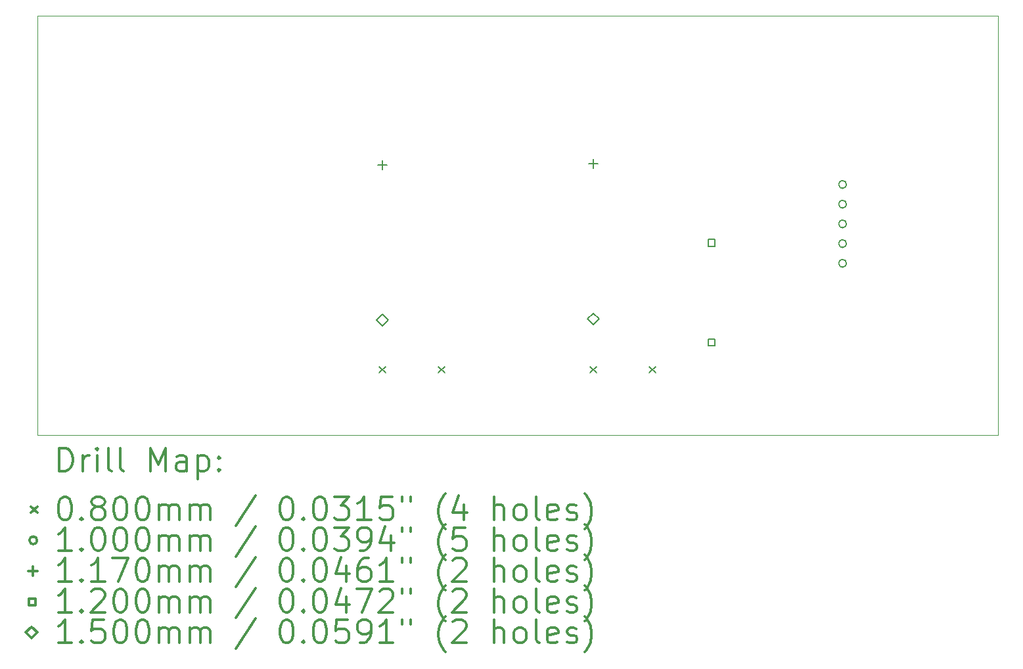
<source format=gbr>
%FSLAX45Y45*%
G04 Gerber Fmt 4.5, Leading zero omitted, Abs format (unit mm)*
G04 Created by KiCad (PCBNEW 5.1.10-88a1d61d58~88~ubuntu20.04.1) date 2021-05-25 19:00:18*
%MOMM*%
%LPD*%
G01*
G04 APERTURE LIST*
%TA.AperFunction,Profile*%
%ADD10C,0.050000*%
%TD*%
%ADD11C,0.200000*%
%ADD12C,0.300000*%
G04 APERTURE END LIST*
D10*
X10160000Y-11747500D02*
X10160000Y-6350000D01*
X22542500Y-11747500D02*
X10160000Y-11747500D01*
X22542500Y-6350000D02*
X22542500Y-11747500D01*
X10160000Y-6350000D02*
X22542500Y-6350000D01*
D11*
X14565000Y-10869300D02*
X14645000Y-10949300D01*
X14645000Y-10869300D02*
X14565000Y-10949300D01*
X15327000Y-10869300D02*
X15407000Y-10949300D01*
X15407000Y-10869300D02*
X15327000Y-10949300D01*
X17282800Y-10869300D02*
X17362800Y-10949300D01*
X17362800Y-10869300D02*
X17282800Y-10949300D01*
X18044800Y-10869300D02*
X18124800Y-10949300D01*
X18124800Y-10869300D02*
X18044800Y-10949300D01*
X20585900Y-8521700D02*
G75*
G03*
X20585900Y-8521700I-50000J0D01*
G01*
X20585900Y-8775700D02*
G75*
G03*
X20585900Y-8775700I-50000J0D01*
G01*
X20585900Y-9029700D02*
G75*
G03*
X20585900Y-9029700I-50000J0D01*
G01*
X20585900Y-9283700D02*
G75*
G03*
X20585900Y-9283700I-50000J0D01*
G01*
X20585900Y-9537700D02*
G75*
G03*
X20585900Y-9537700I-50000J0D01*
G01*
X14605000Y-8209200D02*
X14605000Y-8326200D01*
X14546500Y-8267700D02*
X14663500Y-8267700D01*
X17322800Y-8196500D02*
X17322800Y-8313500D01*
X17264300Y-8255000D02*
X17381300Y-8255000D01*
X18889227Y-9316127D02*
X18889227Y-9231273D01*
X18804373Y-9231273D01*
X18804373Y-9316127D01*
X18889227Y-9316127D01*
X18889227Y-10596127D02*
X18889227Y-10511273D01*
X18804373Y-10511273D01*
X18804373Y-10596127D01*
X18889227Y-10596127D01*
X14605000Y-10342700D02*
X14680000Y-10267700D01*
X14605000Y-10192700D01*
X14530000Y-10267700D01*
X14605000Y-10342700D01*
X17322800Y-10330000D02*
X17397800Y-10255000D01*
X17322800Y-10180000D01*
X17247800Y-10255000D01*
X17322800Y-10330000D01*
D12*
X10443928Y-12215714D02*
X10443928Y-11915714D01*
X10515357Y-11915714D01*
X10558214Y-11930000D01*
X10586786Y-11958571D01*
X10601071Y-11987143D01*
X10615357Y-12044286D01*
X10615357Y-12087143D01*
X10601071Y-12144286D01*
X10586786Y-12172857D01*
X10558214Y-12201429D01*
X10515357Y-12215714D01*
X10443928Y-12215714D01*
X10743928Y-12215714D02*
X10743928Y-12015714D01*
X10743928Y-12072857D02*
X10758214Y-12044286D01*
X10772500Y-12030000D01*
X10801071Y-12015714D01*
X10829643Y-12015714D01*
X10929643Y-12215714D02*
X10929643Y-12015714D01*
X10929643Y-11915714D02*
X10915357Y-11930000D01*
X10929643Y-11944286D01*
X10943928Y-11930000D01*
X10929643Y-11915714D01*
X10929643Y-11944286D01*
X11115357Y-12215714D02*
X11086786Y-12201429D01*
X11072500Y-12172857D01*
X11072500Y-11915714D01*
X11272500Y-12215714D02*
X11243928Y-12201429D01*
X11229643Y-12172857D01*
X11229643Y-11915714D01*
X11615357Y-12215714D02*
X11615357Y-11915714D01*
X11715357Y-12130000D01*
X11815357Y-11915714D01*
X11815357Y-12215714D01*
X12086786Y-12215714D02*
X12086786Y-12058571D01*
X12072500Y-12030000D01*
X12043928Y-12015714D01*
X11986786Y-12015714D01*
X11958214Y-12030000D01*
X12086786Y-12201429D02*
X12058214Y-12215714D01*
X11986786Y-12215714D01*
X11958214Y-12201429D01*
X11943928Y-12172857D01*
X11943928Y-12144286D01*
X11958214Y-12115714D01*
X11986786Y-12101429D01*
X12058214Y-12101429D01*
X12086786Y-12087143D01*
X12229643Y-12015714D02*
X12229643Y-12315714D01*
X12229643Y-12030000D02*
X12258214Y-12015714D01*
X12315357Y-12015714D01*
X12343928Y-12030000D01*
X12358214Y-12044286D01*
X12372500Y-12072857D01*
X12372500Y-12158571D01*
X12358214Y-12187143D01*
X12343928Y-12201429D01*
X12315357Y-12215714D01*
X12258214Y-12215714D01*
X12229643Y-12201429D01*
X12501071Y-12187143D02*
X12515357Y-12201429D01*
X12501071Y-12215714D01*
X12486786Y-12201429D01*
X12501071Y-12187143D01*
X12501071Y-12215714D01*
X12501071Y-12030000D02*
X12515357Y-12044286D01*
X12501071Y-12058571D01*
X12486786Y-12044286D01*
X12501071Y-12030000D01*
X12501071Y-12058571D01*
X10077500Y-12670000D02*
X10157500Y-12750000D01*
X10157500Y-12670000D02*
X10077500Y-12750000D01*
X10501071Y-12545714D02*
X10529643Y-12545714D01*
X10558214Y-12560000D01*
X10572500Y-12574286D01*
X10586786Y-12602857D01*
X10601071Y-12660000D01*
X10601071Y-12731429D01*
X10586786Y-12788571D01*
X10572500Y-12817143D01*
X10558214Y-12831429D01*
X10529643Y-12845714D01*
X10501071Y-12845714D01*
X10472500Y-12831429D01*
X10458214Y-12817143D01*
X10443928Y-12788571D01*
X10429643Y-12731429D01*
X10429643Y-12660000D01*
X10443928Y-12602857D01*
X10458214Y-12574286D01*
X10472500Y-12560000D01*
X10501071Y-12545714D01*
X10729643Y-12817143D02*
X10743928Y-12831429D01*
X10729643Y-12845714D01*
X10715357Y-12831429D01*
X10729643Y-12817143D01*
X10729643Y-12845714D01*
X10915357Y-12674286D02*
X10886786Y-12660000D01*
X10872500Y-12645714D01*
X10858214Y-12617143D01*
X10858214Y-12602857D01*
X10872500Y-12574286D01*
X10886786Y-12560000D01*
X10915357Y-12545714D01*
X10972500Y-12545714D01*
X11001071Y-12560000D01*
X11015357Y-12574286D01*
X11029643Y-12602857D01*
X11029643Y-12617143D01*
X11015357Y-12645714D01*
X11001071Y-12660000D01*
X10972500Y-12674286D01*
X10915357Y-12674286D01*
X10886786Y-12688571D01*
X10872500Y-12702857D01*
X10858214Y-12731429D01*
X10858214Y-12788571D01*
X10872500Y-12817143D01*
X10886786Y-12831429D01*
X10915357Y-12845714D01*
X10972500Y-12845714D01*
X11001071Y-12831429D01*
X11015357Y-12817143D01*
X11029643Y-12788571D01*
X11029643Y-12731429D01*
X11015357Y-12702857D01*
X11001071Y-12688571D01*
X10972500Y-12674286D01*
X11215357Y-12545714D02*
X11243928Y-12545714D01*
X11272500Y-12560000D01*
X11286786Y-12574286D01*
X11301071Y-12602857D01*
X11315357Y-12660000D01*
X11315357Y-12731429D01*
X11301071Y-12788571D01*
X11286786Y-12817143D01*
X11272500Y-12831429D01*
X11243928Y-12845714D01*
X11215357Y-12845714D01*
X11186786Y-12831429D01*
X11172500Y-12817143D01*
X11158214Y-12788571D01*
X11143928Y-12731429D01*
X11143928Y-12660000D01*
X11158214Y-12602857D01*
X11172500Y-12574286D01*
X11186786Y-12560000D01*
X11215357Y-12545714D01*
X11501071Y-12545714D02*
X11529643Y-12545714D01*
X11558214Y-12560000D01*
X11572500Y-12574286D01*
X11586786Y-12602857D01*
X11601071Y-12660000D01*
X11601071Y-12731429D01*
X11586786Y-12788571D01*
X11572500Y-12817143D01*
X11558214Y-12831429D01*
X11529643Y-12845714D01*
X11501071Y-12845714D01*
X11472500Y-12831429D01*
X11458214Y-12817143D01*
X11443928Y-12788571D01*
X11429643Y-12731429D01*
X11429643Y-12660000D01*
X11443928Y-12602857D01*
X11458214Y-12574286D01*
X11472500Y-12560000D01*
X11501071Y-12545714D01*
X11729643Y-12845714D02*
X11729643Y-12645714D01*
X11729643Y-12674286D02*
X11743928Y-12660000D01*
X11772500Y-12645714D01*
X11815357Y-12645714D01*
X11843928Y-12660000D01*
X11858214Y-12688571D01*
X11858214Y-12845714D01*
X11858214Y-12688571D02*
X11872500Y-12660000D01*
X11901071Y-12645714D01*
X11943928Y-12645714D01*
X11972500Y-12660000D01*
X11986786Y-12688571D01*
X11986786Y-12845714D01*
X12129643Y-12845714D02*
X12129643Y-12645714D01*
X12129643Y-12674286D02*
X12143928Y-12660000D01*
X12172500Y-12645714D01*
X12215357Y-12645714D01*
X12243928Y-12660000D01*
X12258214Y-12688571D01*
X12258214Y-12845714D01*
X12258214Y-12688571D02*
X12272500Y-12660000D01*
X12301071Y-12645714D01*
X12343928Y-12645714D01*
X12372500Y-12660000D01*
X12386786Y-12688571D01*
X12386786Y-12845714D01*
X12972500Y-12531429D02*
X12715357Y-12917143D01*
X13358214Y-12545714D02*
X13386786Y-12545714D01*
X13415357Y-12560000D01*
X13429643Y-12574286D01*
X13443928Y-12602857D01*
X13458214Y-12660000D01*
X13458214Y-12731429D01*
X13443928Y-12788571D01*
X13429643Y-12817143D01*
X13415357Y-12831429D01*
X13386786Y-12845714D01*
X13358214Y-12845714D01*
X13329643Y-12831429D01*
X13315357Y-12817143D01*
X13301071Y-12788571D01*
X13286786Y-12731429D01*
X13286786Y-12660000D01*
X13301071Y-12602857D01*
X13315357Y-12574286D01*
X13329643Y-12560000D01*
X13358214Y-12545714D01*
X13586786Y-12817143D02*
X13601071Y-12831429D01*
X13586786Y-12845714D01*
X13572500Y-12831429D01*
X13586786Y-12817143D01*
X13586786Y-12845714D01*
X13786786Y-12545714D02*
X13815357Y-12545714D01*
X13843928Y-12560000D01*
X13858214Y-12574286D01*
X13872500Y-12602857D01*
X13886786Y-12660000D01*
X13886786Y-12731429D01*
X13872500Y-12788571D01*
X13858214Y-12817143D01*
X13843928Y-12831429D01*
X13815357Y-12845714D01*
X13786786Y-12845714D01*
X13758214Y-12831429D01*
X13743928Y-12817143D01*
X13729643Y-12788571D01*
X13715357Y-12731429D01*
X13715357Y-12660000D01*
X13729643Y-12602857D01*
X13743928Y-12574286D01*
X13758214Y-12560000D01*
X13786786Y-12545714D01*
X13986786Y-12545714D02*
X14172500Y-12545714D01*
X14072500Y-12660000D01*
X14115357Y-12660000D01*
X14143928Y-12674286D01*
X14158214Y-12688571D01*
X14172500Y-12717143D01*
X14172500Y-12788571D01*
X14158214Y-12817143D01*
X14143928Y-12831429D01*
X14115357Y-12845714D01*
X14029643Y-12845714D01*
X14001071Y-12831429D01*
X13986786Y-12817143D01*
X14458214Y-12845714D02*
X14286786Y-12845714D01*
X14372500Y-12845714D02*
X14372500Y-12545714D01*
X14343928Y-12588571D01*
X14315357Y-12617143D01*
X14286786Y-12631429D01*
X14729643Y-12545714D02*
X14586786Y-12545714D01*
X14572500Y-12688571D01*
X14586786Y-12674286D01*
X14615357Y-12660000D01*
X14686786Y-12660000D01*
X14715357Y-12674286D01*
X14729643Y-12688571D01*
X14743928Y-12717143D01*
X14743928Y-12788571D01*
X14729643Y-12817143D01*
X14715357Y-12831429D01*
X14686786Y-12845714D01*
X14615357Y-12845714D01*
X14586786Y-12831429D01*
X14572500Y-12817143D01*
X14858214Y-12545714D02*
X14858214Y-12602857D01*
X14972500Y-12545714D02*
X14972500Y-12602857D01*
X15415357Y-12960000D02*
X15401071Y-12945714D01*
X15372500Y-12902857D01*
X15358214Y-12874286D01*
X15343928Y-12831429D01*
X15329643Y-12760000D01*
X15329643Y-12702857D01*
X15343928Y-12631429D01*
X15358214Y-12588571D01*
X15372500Y-12560000D01*
X15401071Y-12517143D01*
X15415357Y-12502857D01*
X15658214Y-12645714D02*
X15658214Y-12845714D01*
X15586786Y-12531429D02*
X15515357Y-12745714D01*
X15701071Y-12745714D01*
X16043928Y-12845714D02*
X16043928Y-12545714D01*
X16172500Y-12845714D02*
X16172500Y-12688571D01*
X16158214Y-12660000D01*
X16129643Y-12645714D01*
X16086786Y-12645714D01*
X16058214Y-12660000D01*
X16043928Y-12674286D01*
X16358214Y-12845714D02*
X16329643Y-12831429D01*
X16315357Y-12817143D01*
X16301071Y-12788571D01*
X16301071Y-12702857D01*
X16315357Y-12674286D01*
X16329643Y-12660000D01*
X16358214Y-12645714D01*
X16401071Y-12645714D01*
X16429643Y-12660000D01*
X16443928Y-12674286D01*
X16458214Y-12702857D01*
X16458214Y-12788571D01*
X16443928Y-12817143D01*
X16429643Y-12831429D01*
X16401071Y-12845714D01*
X16358214Y-12845714D01*
X16629643Y-12845714D02*
X16601071Y-12831429D01*
X16586786Y-12802857D01*
X16586786Y-12545714D01*
X16858214Y-12831429D02*
X16829643Y-12845714D01*
X16772500Y-12845714D01*
X16743928Y-12831429D01*
X16729643Y-12802857D01*
X16729643Y-12688571D01*
X16743928Y-12660000D01*
X16772500Y-12645714D01*
X16829643Y-12645714D01*
X16858214Y-12660000D01*
X16872500Y-12688571D01*
X16872500Y-12717143D01*
X16729643Y-12745714D01*
X16986786Y-12831429D02*
X17015357Y-12845714D01*
X17072500Y-12845714D01*
X17101071Y-12831429D01*
X17115357Y-12802857D01*
X17115357Y-12788571D01*
X17101071Y-12760000D01*
X17072500Y-12745714D01*
X17029643Y-12745714D01*
X17001071Y-12731429D01*
X16986786Y-12702857D01*
X16986786Y-12688571D01*
X17001071Y-12660000D01*
X17029643Y-12645714D01*
X17072500Y-12645714D01*
X17101071Y-12660000D01*
X17215357Y-12960000D02*
X17229643Y-12945714D01*
X17258214Y-12902857D01*
X17272500Y-12874286D01*
X17286786Y-12831429D01*
X17301071Y-12760000D01*
X17301071Y-12702857D01*
X17286786Y-12631429D01*
X17272500Y-12588571D01*
X17258214Y-12560000D01*
X17229643Y-12517143D01*
X17215357Y-12502857D01*
X10157500Y-13106000D02*
G75*
G03*
X10157500Y-13106000I-50000J0D01*
G01*
X10601071Y-13241714D02*
X10429643Y-13241714D01*
X10515357Y-13241714D02*
X10515357Y-12941714D01*
X10486786Y-12984571D01*
X10458214Y-13013143D01*
X10429643Y-13027429D01*
X10729643Y-13213143D02*
X10743928Y-13227429D01*
X10729643Y-13241714D01*
X10715357Y-13227429D01*
X10729643Y-13213143D01*
X10729643Y-13241714D01*
X10929643Y-12941714D02*
X10958214Y-12941714D01*
X10986786Y-12956000D01*
X11001071Y-12970286D01*
X11015357Y-12998857D01*
X11029643Y-13056000D01*
X11029643Y-13127429D01*
X11015357Y-13184571D01*
X11001071Y-13213143D01*
X10986786Y-13227429D01*
X10958214Y-13241714D01*
X10929643Y-13241714D01*
X10901071Y-13227429D01*
X10886786Y-13213143D01*
X10872500Y-13184571D01*
X10858214Y-13127429D01*
X10858214Y-13056000D01*
X10872500Y-12998857D01*
X10886786Y-12970286D01*
X10901071Y-12956000D01*
X10929643Y-12941714D01*
X11215357Y-12941714D02*
X11243928Y-12941714D01*
X11272500Y-12956000D01*
X11286786Y-12970286D01*
X11301071Y-12998857D01*
X11315357Y-13056000D01*
X11315357Y-13127429D01*
X11301071Y-13184571D01*
X11286786Y-13213143D01*
X11272500Y-13227429D01*
X11243928Y-13241714D01*
X11215357Y-13241714D01*
X11186786Y-13227429D01*
X11172500Y-13213143D01*
X11158214Y-13184571D01*
X11143928Y-13127429D01*
X11143928Y-13056000D01*
X11158214Y-12998857D01*
X11172500Y-12970286D01*
X11186786Y-12956000D01*
X11215357Y-12941714D01*
X11501071Y-12941714D02*
X11529643Y-12941714D01*
X11558214Y-12956000D01*
X11572500Y-12970286D01*
X11586786Y-12998857D01*
X11601071Y-13056000D01*
X11601071Y-13127429D01*
X11586786Y-13184571D01*
X11572500Y-13213143D01*
X11558214Y-13227429D01*
X11529643Y-13241714D01*
X11501071Y-13241714D01*
X11472500Y-13227429D01*
X11458214Y-13213143D01*
X11443928Y-13184571D01*
X11429643Y-13127429D01*
X11429643Y-13056000D01*
X11443928Y-12998857D01*
X11458214Y-12970286D01*
X11472500Y-12956000D01*
X11501071Y-12941714D01*
X11729643Y-13241714D02*
X11729643Y-13041714D01*
X11729643Y-13070286D02*
X11743928Y-13056000D01*
X11772500Y-13041714D01*
X11815357Y-13041714D01*
X11843928Y-13056000D01*
X11858214Y-13084571D01*
X11858214Y-13241714D01*
X11858214Y-13084571D02*
X11872500Y-13056000D01*
X11901071Y-13041714D01*
X11943928Y-13041714D01*
X11972500Y-13056000D01*
X11986786Y-13084571D01*
X11986786Y-13241714D01*
X12129643Y-13241714D02*
X12129643Y-13041714D01*
X12129643Y-13070286D02*
X12143928Y-13056000D01*
X12172500Y-13041714D01*
X12215357Y-13041714D01*
X12243928Y-13056000D01*
X12258214Y-13084571D01*
X12258214Y-13241714D01*
X12258214Y-13084571D02*
X12272500Y-13056000D01*
X12301071Y-13041714D01*
X12343928Y-13041714D01*
X12372500Y-13056000D01*
X12386786Y-13084571D01*
X12386786Y-13241714D01*
X12972500Y-12927429D02*
X12715357Y-13313143D01*
X13358214Y-12941714D02*
X13386786Y-12941714D01*
X13415357Y-12956000D01*
X13429643Y-12970286D01*
X13443928Y-12998857D01*
X13458214Y-13056000D01*
X13458214Y-13127429D01*
X13443928Y-13184571D01*
X13429643Y-13213143D01*
X13415357Y-13227429D01*
X13386786Y-13241714D01*
X13358214Y-13241714D01*
X13329643Y-13227429D01*
X13315357Y-13213143D01*
X13301071Y-13184571D01*
X13286786Y-13127429D01*
X13286786Y-13056000D01*
X13301071Y-12998857D01*
X13315357Y-12970286D01*
X13329643Y-12956000D01*
X13358214Y-12941714D01*
X13586786Y-13213143D02*
X13601071Y-13227429D01*
X13586786Y-13241714D01*
X13572500Y-13227429D01*
X13586786Y-13213143D01*
X13586786Y-13241714D01*
X13786786Y-12941714D02*
X13815357Y-12941714D01*
X13843928Y-12956000D01*
X13858214Y-12970286D01*
X13872500Y-12998857D01*
X13886786Y-13056000D01*
X13886786Y-13127429D01*
X13872500Y-13184571D01*
X13858214Y-13213143D01*
X13843928Y-13227429D01*
X13815357Y-13241714D01*
X13786786Y-13241714D01*
X13758214Y-13227429D01*
X13743928Y-13213143D01*
X13729643Y-13184571D01*
X13715357Y-13127429D01*
X13715357Y-13056000D01*
X13729643Y-12998857D01*
X13743928Y-12970286D01*
X13758214Y-12956000D01*
X13786786Y-12941714D01*
X13986786Y-12941714D02*
X14172500Y-12941714D01*
X14072500Y-13056000D01*
X14115357Y-13056000D01*
X14143928Y-13070286D01*
X14158214Y-13084571D01*
X14172500Y-13113143D01*
X14172500Y-13184571D01*
X14158214Y-13213143D01*
X14143928Y-13227429D01*
X14115357Y-13241714D01*
X14029643Y-13241714D01*
X14001071Y-13227429D01*
X13986786Y-13213143D01*
X14315357Y-13241714D02*
X14372500Y-13241714D01*
X14401071Y-13227429D01*
X14415357Y-13213143D01*
X14443928Y-13170286D01*
X14458214Y-13113143D01*
X14458214Y-12998857D01*
X14443928Y-12970286D01*
X14429643Y-12956000D01*
X14401071Y-12941714D01*
X14343928Y-12941714D01*
X14315357Y-12956000D01*
X14301071Y-12970286D01*
X14286786Y-12998857D01*
X14286786Y-13070286D01*
X14301071Y-13098857D01*
X14315357Y-13113143D01*
X14343928Y-13127429D01*
X14401071Y-13127429D01*
X14429643Y-13113143D01*
X14443928Y-13098857D01*
X14458214Y-13070286D01*
X14715357Y-13041714D02*
X14715357Y-13241714D01*
X14643928Y-12927429D02*
X14572500Y-13141714D01*
X14758214Y-13141714D01*
X14858214Y-12941714D02*
X14858214Y-12998857D01*
X14972500Y-12941714D02*
X14972500Y-12998857D01*
X15415357Y-13356000D02*
X15401071Y-13341714D01*
X15372500Y-13298857D01*
X15358214Y-13270286D01*
X15343928Y-13227429D01*
X15329643Y-13156000D01*
X15329643Y-13098857D01*
X15343928Y-13027429D01*
X15358214Y-12984571D01*
X15372500Y-12956000D01*
X15401071Y-12913143D01*
X15415357Y-12898857D01*
X15672500Y-12941714D02*
X15529643Y-12941714D01*
X15515357Y-13084571D01*
X15529643Y-13070286D01*
X15558214Y-13056000D01*
X15629643Y-13056000D01*
X15658214Y-13070286D01*
X15672500Y-13084571D01*
X15686786Y-13113143D01*
X15686786Y-13184571D01*
X15672500Y-13213143D01*
X15658214Y-13227429D01*
X15629643Y-13241714D01*
X15558214Y-13241714D01*
X15529643Y-13227429D01*
X15515357Y-13213143D01*
X16043928Y-13241714D02*
X16043928Y-12941714D01*
X16172500Y-13241714D02*
X16172500Y-13084571D01*
X16158214Y-13056000D01*
X16129643Y-13041714D01*
X16086786Y-13041714D01*
X16058214Y-13056000D01*
X16043928Y-13070286D01*
X16358214Y-13241714D02*
X16329643Y-13227429D01*
X16315357Y-13213143D01*
X16301071Y-13184571D01*
X16301071Y-13098857D01*
X16315357Y-13070286D01*
X16329643Y-13056000D01*
X16358214Y-13041714D01*
X16401071Y-13041714D01*
X16429643Y-13056000D01*
X16443928Y-13070286D01*
X16458214Y-13098857D01*
X16458214Y-13184571D01*
X16443928Y-13213143D01*
X16429643Y-13227429D01*
X16401071Y-13241714D01*
X16358214Y-13241714D01*
X16629643Y-13241714D02*
X16601071Y-13227429D01*
X16586786Y-13198857D01*
X16586786Y-12941714D01*
X16858214Y-13227429D02*
X16829643Y-13241714D01*
X16772500Y-13241714D01*
X16743928Y-13227429D01*
X16729643Y-13198857D01*
X16729643Y-13084571D01*
X16743928Y-13056000D01*
X16772500Y-13041714D01*
X16829643Y-13041714D01*
X16858214Y-13056000D01*
X16872500Y-13084571D01*
X16872500Y-13113143D01*
X16729643Y-13141714D01*
X16986786Y-13227429D02*
X17015357Y-13241714D01*
X17072500Y-13241714D01*
X17101071Y-13227429D01*
X17115357Y-13198857D01*
X17115357Y-13184571D01*
X17101071Y-13156000D01*
X17072500Y-13141714D01*
X17029643Y-13141714D01*
X17001071Y-13127429D01*
X16986786Y-13098857D01*
X16986786Y-13084571D01*
X17001071Y-13056000D01*
X17029643Y-13041714D01*
X17072500Y-13041714D01*
X17101071Y-13056000D01*
X17215357Y-13356000D02*
X17229643Y-13341714D01*
X17258214Y-13298857D01*
X17272500Y-13270286D01*
X17286786Y-13227429D01*
X17301071Y-13156000D01*
X17301071Y-13098857D01*
X17286786Y-13027429D01*
X17272500Y-12984571D01*
X17258214Y-12956000D01*
X17229643Y-12913143D01*
X17215357Y-12898857D01*
X10099000Y-13443500D02*
X10099000Y-13560500D01*
X10040500Y-13502000D02*
X10157500Y-13502000D01*
X10601071Y-13637714D02*
X10429643Y-13637714D01*
X10515357Y-13637714D02*
X10515357Y-13337714D01*
X10486786Y-13380571D01*
X10458214Y-13409143D01*
X10429643Y-13423429D01*
X10729643Y-13609143D02*
X10743928Y-13623429D01*
X10729643Y-13637714D01*
X10715357Y-13623429D01*
X10729643Y-13609143D01*
X10729643Y-13637714D01*
X11029643Y-13637714D02*
X10858214Y-13637714D01*
X10943928Y-13637714D02*
X10943928Y-13337714D01*
X10915357Y-13380571D01*
X10886786Y-13409143D01*
X10858214Y-13423429D01*
X11129643Y-13337714D02*
X11329643Y-13337714D01*
X11201071Y-13637714D01*
X11501071Y-13337714D02*
X11529643Y-13337714D01*
X11558214Y-13352000D01*
X11572500Y-13366286D01*
X11586786Y-13394857D01*
X11601071Y-13452000D01*
X11601071Y-13523429D01*
X11586786Y-13580571D01*
X11572500Y-13609143D01*
X11558214Y-13623429D01*
X11529643Y-13637714D01*
X11501071Y-13637714D01*
X11472500Y-13623429D01*
X11458214Y-13609143D01*
X11443928Y-13580571D01*
X11429643Y-13523429D01*
X11429643Y-13452000D01*
X11443928Y-13394857D01*
X11458214Y-13366286D01*
X11472500Y-13352000D01*
X11501071Y-13337714D01*
X11729643Y-13637714D02*
X11729643Y-13437714D01*
X11729643Y-13466286D02*
X11743928Y-13452000D01*
X11772500Y-13437714D01*
X11815357Y-13437714D01*
X11843928Y-13452000D01*
X11858214Y-13480571D01*
X11858214Y-13637714D01*
X11858214Y-13480571D02*
X11872500Y-13452000D01*
X11901071Y-13437714D01*
X11943928Y-13437714D01*
X11972500Y-13452000D01*
X11986786Y-13480571D01*
X11986786Y-13637714D01*
X12129643Y-13637714D02*
X12129643Y-13437714D01*
X12129643Y-13466286D02*
X12143928Y-13452000D01*
X12172500Y-13437714D01*
X12215357Y-13437714D01*
X12243928Y-13452000D01*
X12258214Y-13480571D01*
X12258214Y-13637714D01*
X12258214Y-13480571D02*
X12272500Y-13452000D01*
X12301071Y-13437714D01*
X12343928Y-13437714D01*
X12372500Y-13452000D01*
X12386786Y-13480571D01*
X12386786Y-13637714D01*
X12972500Y-13323429D02*
X12715357Y-13709143D01*
X13358214Y-13337714D02*
X13386786Y-13337714D01*
X13415357Y-13352000D01*
X13429643Y-13366286D01*
X13443928Y-13394857D01*
X13458214Y-13452000D01*
X13458214Y-13523429D01*
X13443928Y-13580571D01*
X13429643Y-13609143D01*
X13415357Y-13623429D01*
X13386786Y-13637714D01*
X13358214Y-13637714D01*
X13329643Y-13623429D01*
X13315357Y-13609143D01*
X13301071Y-13580571D01*
X13286786Y-13523429D01*
X13286786Y-13452000D01*
X13301071Y-13394857D01*
X13315357Y-13366286D01*
X13329643Y-13352000D01*
X13358214Y-13337714D01*
X13586786Y-13609143D02*
X13601071Y-13623429D01*
X13586786Y-13637714D01*
X13572500Y-13623429D01*
X13586786Y-13609143D01*
X13586786Y-13637714D01*
X13786786Y-13337714D02*
X13815357Y-13337714D01*
X13843928Y-13352000D01*
X13858214Y-13366286D01*
X13872500Y-13394857D01*
X13886786Y-13452000D01*
X13886786Y-13523429D01*
X13872500Y-13580571D01*
X13858214Y-13609143D01*
X13843928Y-13623429D01*
X13815357Y-13637714D01*
X13786786Y-13637714D01*
X13758214Y-13623429D01*
X13743928Y-13609143D01*
X13729643Y-13580571D01*
X13715357Y-13523429D01*
X13715357Y-13452000D01*
X13729643Y-13394857D01*
X13743928Y-13366286D01*
X13758214Y-13352000D01*
X13786786Y-13337714D01*
X14143928Y-13437714D02*
X14143928Y-13637714D01*
X14072500Y-13323429D02*
X14001071Y-13537714D01*
X14186786Y-13537714D01*
X14429643Y-13337714D02*
X14372500Y-13337714D01*
X14343928Y-13352000D01*
X14329643Y-13366286D01*
X14301071Y-13409143D01*
X14286786Y-13466286D01*
X14286786Y-13580571D01*
X14301071Y-13609143D01*
X14315357Y-13623429D01*
X14343928Y-13637714D01*
X14401071Y-13637714D01*
X14429643Y-13623429D01*
X14443928Y-13609143D01*
X14458214Y-13580571D01*
X14458214Y-13509143D01*
X14443928Y-13480571D01*
X14429643Y-13466286D01*
X14401071Y-13452000D01*
X14343928Y-13452000D01*
X14315357Y-13466286D01*
X14301071Y-13480571D01*
X14286786Y-13509143D01*
X14743928Y-13637714D02*
X14572500Y-13637714D01*
X14658214Y-13637714D02*
X14658214Y-13337714D01*
X14629643Y-13380571D01*
X14601071Y-13409143D01*
X14572500Y-13423429D01*
X14858214Y-13337714D02*
X14858214Y-13394857D01*
X14972500Y-13337714D02*
X14972500Y-13394857D01*
X15415357Y-13752000D02*
X15401071Y-13737714D01*
X15372500Y-13694857D01*
X15358214Y-13666286D01*
X15343928Y-13623429D01*
X15329643Y-13552000D01*
X15329643Y-13494857D01*
X15343928Y-13423429D01*
X15358214Y-13380571D01*
X15372500Y-13352000D01*
X15401071Y-13309143D01*
X15415357Y-13294857D01*
X15515357Y-13366286D02*
X15529643Y-13352000D01*
X15558214Y-13337714D01*
X15629643Y-13337714D01*
X15658214Y-13352000D01*
X15672500Y-13366286D01*
X15686786Y-13394857D01*
X15686786Y-13423429D01*
X15672500Y-13466286D01*
X15501071Y-13637714D01*
X15686786Y-13637714D01*
X16043928Y-13637714D02*
X16043928Y-13337714D01*
X16172500Y-13637714D02*
X16172500Y-13480571D01*
X16158214Y-13452000D01*
X16129643Y-13437714D01*
X16086786Y-13437714D01*
X16058214Y-13452000D01*
X16043928Y-13466286D01*
X16358214Y-13637714D02*
X16329643Y-13623429D01*
X16315357Y-13609143D01*
X16301071Y-13580571D01*
X16301071Y-13494857D01*
X16315357Y-13466286D01*
X16329643Y-13452000D01*
X16358214Y-13437714D01*
X16401071Y-13437714D01*
X16429643Y-13452000D01*
X16443928Y-13466286D01*
X16458214Y-13494857D01*
X16458214Y-13580571D01*
X16443928Y-13609143D01*
X16429643Y-13623429D01*
X16401071Y-13637714D01*
X16358214Y-13637714D01*
X16629643Y-13637714D02*
X16601071Y-13623429D01*
X16586786Y-13594857D01*
X16586786Y-13337714D01*
X16858214Y-13623429D02*
X16829643Y-13637714D01*
X16772500Y-13637714D01*
X16743928Y-13623429D01*
X16729643Y-13594857D01*
X16729643Y-13480571D01*
X16743928Y-13452000D01*
X16772500Y-13437714D01*
X16829643Y-13437714D01*
X16858214Y-13452000D01*
X16872500Y-13480571D01*
X16872500Y-13509143D01*
X16729643Y-13537714D01*
X16986786Y-13623429D02*
X17015357Y-13637714D01*
X17072500Y-13637714D01*
X17101071Y-13623429D01*
X17115357Y-13594857D01*
X17115357Y-13580571D01*
X17101071Y-13552000D01*
X17072500Y-13537714D01*
X17029643Y-13537714D01*
X17001071Y-13523429D01*
X16986786Y-13494857D01*
X16986786Y-13480571D01*
X17001071Y-13452000D01*
X17029643Y-13437714D01*
X17072500Y-13437714D01*
X17101071Y-13452000D01*
X17215357Y-13752000D02*
X17229643Y-13737714D01*
X17258214Y-13694857D01*
X17272500Y-13666286D01*
X17286786Y-13623429D01*
X17301071Y-13552000D01*
X17301071Y-13494857D01*
X17286786Y-13423429D01*
X17272500Y-13380571D01*
X17258214Y-13352000D01*
X17229643Y-13309143D01*
X17215357Y-13294857D01*
X10139927Y-13940427D02*
X10139927Y-13855573D01*
X10055073Y-13855573D01*
X10055073Y-13940427D01*
X10139927Y-13940427D01*
X10601071Y-14033714D02*
X10429643Y-14033714D01*
X10515357Y-14033714D02*
X10515357Y-13733714D01*
X10486786Y-13776571D01*
X10458214Y-13805143D01*
X10429643Y-13819429D01*
X10729643Y-14005143D02*
X10743928Y-14019429D01*
X10729643Y-14033714D01*
X10715357Y-14019429D01*
X10729643Y-14005143D01*
X10729643Y-14033714D01*
X10858214Y-13762286D02*
X10872500Y-13748000D01*
X10901071Y-13733714D01*
X10972500Y-13733714D01*
X11001071Y-13748000D01*
X11015357Y-13762286D01*
X11029643Y-13790857D01*
X11029643Y-13819429D01*
X11015357Y-13862286D01*
X10843928Y-14033714D01*
X11029643Y-14033714D01*
X11215357Y-13733714D02*
X11243928Y-13733714D01*
X11272500Y-13748000D01*
X11286786Y-13762286D01*
X11301071Y-13790857D01*
X11315357Y-13848000D01*
X11315357Y-13919429D01*
X11301071Y-13976571D01*
X11286786Y-14005143D01*
X11272500Y-14019429D01*
X11243928Y-14033714D01*
X11215357Y-14033714D01*
X11186786Y-14019429D01*
X11172500Y-14005143D01*
X11158214Y-13976571D01*
X11143928Y-13919429D01*
X11143928Y-13848000D01*
X11158214Y-13790857D01*
X11172500Y-13762286D01*
X11186786Y-13748000D01*
X11215357Y-13733714D01*
X11501071Y-13733714D02*
X11529643Y-13733714D01*
X11558214Y-13748000D01*
X11572500Y-13762286D01*
X11586786Y-13790857D01*
X11601071Y-13848000D01*
X11601071Y-13919429D01*
X11586786Y-13976571D01*
X11572500Y-14005143D01*
X11558214Y-14019429D01*
X11529643Y-14033714D01*
X11501071Y-14033714D01*
X11472500Y-14019429D01*
X11458214Y-14005143D01*
X11443928Y-13976571D01*
X11429643Y-13919429D01*
X11429643Y-13848000D01*
X11443928Y-13790857D01*
X11458214Y-13762286D01*
X11472500Y-13748000D01*
X11501071Y-13733714D01*
X11729643Y-14033714D02*
X11729643Y-13833714D01*
X11729643Y-13862286D02*
X11743928Y-13848000D01*
X11772500Y-13833714D01*
X11815357Y-13833714D01*
X11843928Y-13848000D01*
X11858214Y-13876571D01*
X11858214Y-14033714D01*
X11858214Y-13876571D02*
X11872500Y-13848000D01*
X11901071Y-13833714D01*
X11943928Y-13833714D01*
X11972500Y-13848000D01*
X11986786Y-13876571D01*
X11986786Y-14033714D01*
X12129643Y-14033714D02*
X12129643Y-13833714D01*
X12129643Y-13862286D02*
X12143928Y-13848000D01*
X12172500Y-13833714D01*
X12215357Y-13833714D01*
X12243928Y-13848000D01*
X12258214Y-13876571D01*
X12258214Y-14033714D01*
X12258214Y-13876571D02*
X12272500Y-13848000D01*
X12301071Y-13833714D01*
X12343928Y-13833714D01*
X12372500Y-13848000D01*
X12386786Y-13876571D01*
X12386786Y-14033714D01*
X12972500Y-13719429D02*
X12715357Y-14105143D01*
X13358214Y-13733714D02*
X13386786Y-13733714D01*
X13415357Y-13748000D01*
X13429643Y-13762286D01*
X13443928Y-13790857D01*
X13458214Y-13848000D01*
X13458214Y-13919429D01*
X13443928Y-13976571D01*
X13429643Y-14005143D01*
X13415357Y-14019429D01*
X13386786Y-14033714D01*
X13358214Y-14033714D01*
X13329643Y-14019429D01*
X13315357Y-14005143D01*
X13301071Y-13976571D01*
X13286786Y-13919429D01*
X13286786Y-13848000D01*
X13301071Y-13790857D01*
X13315357Y-13762286D01*
X13329643Y-13748000D01*
X13358214Y-13733714D01*
X13586786Y-14005143D02*
X13601071Y-14019429D01*
X13586786Y-14033714D01*
X13572500Y-14019429D01*
X13586786Y-14005143D01*
X13586786Y-14033714D01*
X13786786Y-13733714D02*
X13815357Y-13733714D01*
X13843928Y-13748000D01*
X13858214Y-13762286D01*
X13872500Y-13790857D01*
X13886786Y-13848000D01*
X13886786Y-13919429D01*
X13872500Y-13976571D01*
X13858214Y-14005143D01*
X13843928Y-14019429D01*
X13815357Y-14033714D01*
X13786786Y-14033714D01*
X13758214Y-14019429D01*
X13743928Y-14005143D01*
X13729643Y-13976571D01*
X13715357Y-13919429D01*
X13715357Y-13848000D01*
X13729643Y-13790857D01*
X13743928Y-13762286D01*
X13758214Y-13748000D01*
X13786786Y-13733714D01*
X14143928Y-13833714D02*
X14143928Y-14033714D01*
X14072500Y-13719429D02*
X14001071Y-13933714D01*
X14186786Y-13933714D01*
X14272500Y-13733714D02*
X14472500Y-13733714D01*
X14343928Y-14033714D01*
X14572500Y-13762286D02*
X14586786Y-13748000D01*
X14615357Y-13733714D01*
X14686786Y-13733714D01*
X14715357Y-13748000D01*
X14729643Y-13762286D01*
X14743928Y-13790857D01*
X14743928Y-13819429D01*
X14729643Y-13862286D01*
X14558214Y-14033714D01*
X14743928Y-14033714D01*
X14858214Y-13733714D02*
X14858214Y-13790857D01*
X14972500Y-13733714D02*
X14972500Y-13790857D01*
X15415357Y-14148000D02*
X15401071Y-14133714D01*
X15372500Y-14090857D01*
X15358214Y-14062286D01*
X15343928Y-14019429D01*
X15329643Y-13948000D01*
X15329643Y-13890857D01*
X15343928Y-13819429D01*
X15358214Y-13776571D01*
X15372500Y-13748000D01*
X15401071Y-13705143D01*
X15415357Y-13690857D01*
X15515357Y-13762286D02*
X15529643Y-13748000D01*
X15558214Y-13733714D01*
X15629643Y-13733714D01*
X15658214Y-13748000D01*
X15672500Y-13762286D01*
X15686786Y-13790857D01*
X15686786Y-13819429D01*
X15672500Y-13862286D01*
X15501071Y-14033714D01*
X15686786Y-14033714D01*
X16043928Y-14033714D02*
X16043928Y-13733714D01*
X16172500Y-14033714D02*
X16172500Y-13876571D01*
X16158214Y-13848000D01*
X16129643Y-13833714D01*
X16086786Y-13833714D01*
X16058214Y-13848000D01*
X16043928Y-13862286D01*
X16358214Y-14033714D02*
X16329643Y-14019429D01*
X16315357Y-14005143D01*
X16301071Y-13976571D01*
X16301071Y-13890857D01*
X16315357Y-13862286D01*
X16329643Y-13848000D01*
X16358214Y-13833714D01*
X16401071Y-13833714D01*
X16429643Y-13848000D01*
X16443928Y-13862286D01*
X16458214Y-13890857D01*
X16458214Y-13976571D01*
X16443928Y-14005143D01*
X16429643Y-14019429D01*
X16401071Y-14033714D01*
X16358214Y-14033714D01*
X16629643Y-14033714D02*
X16601071Y-14019429D01*
X16586786Y-13990857D01*
X16586786Y-13733714D01*
X16858214Y-14019429D02*
X16829643Y-14033714D01*
X16772500Y-14033714D01*
X16743928Y-14019429D01*
X16729643Y-13990857D01*
X16729643Y-13876571D01*
X16743928Y-13848000D01*
X16772500Y-13833714D01*
X16829643Y-13833714D01*
X16858214Y-13848000D01*
X16872500Y-13876571D01*
X16872500Y-13905143D01*
X16729643Y-13933714D01*
X16986786Y-14019429D02*
X17015357Y-14033714D01*
X17072500Y-14033714D01*
X17101071Y-14019429D01*
X17115357Y-13990857D01*
X17115357Y-13976571D01*
X17101071Y-13948000D01*
X17072500Y-13933714D01*
X17029643Y-13933714D01*
X17001071Y-13919429D01*
X16986786Y-13890857D01*
X16986786Y-13876571D01*
X17001071Y-13848000D01*
X17029643Y-13833714D01*
X17072500Y-13833714D01*
X17101071Y-13848000D01*
X17215357Y-14148000D02*
X17229643Y-14133714D01*
X17258214Y-14090857D01*
X17272500Y-14062286D01*
X17286786Y-14019429D01*
X17301071Y-13948000D01*
X17301071Y-13890857D01*
X17286786Y-13819429D01*
X17272500Y-13776571D01*
X17258214Y-13748000D01*
X17229643Y-13705143D01*
X17215357Y-13690857D01*
X10082500Y-14369000D02*
X10157500Y-14294000D01*
X10082500Y-14219000D01*
X10007500Y-14294000D01*
X10082500Y-14369000D01*
X10601071Y-14429714D02*
X10429643Y-14429714D01*
X10515357Y-14429714D02*
X10515357Y-14129714D01*
X10486786Y-14172571D01*
X10458214Y-14201143D01*
X10429643Y-14215429D01*
X10729643Y-14401143D02*
X10743928Y-14415429D01*
X10729643Y-14429714D01*
X10715357Y-14415429D01*
X10729643Y-14401143D01*
X10729643Y-14429714D01*
X11015357Y-14129714D02*
X10872500Y-14129714D01*
X10858214Y-14272571D01*
X10872500Y-14258286D01*
X10901071Y-14244000D01*
X10972500Y-14244000D01*
X11001071Y-14258286D01*
X11015357Y-14272571D01*
X11029643Y-14301143D01*
X11029643Y-14372571D01*
X11015357Y-14401143D01*
X11001071Y-14415429D01*
X10972500Y-14429714D01*
X10901071Y-14429714D01*
X10872500Y-14415429D01*
X10858214Y-14401143D01*
X11215357Y-14129714D02*
X11243928Y-14129714D01*
X11272500Y-14144000D01*
X11286786Y-14158286D01*
X11301071Y-14186857D01*
X11315357Y-14244000D01*
X11315357Y-14315429D01*
X11301071Y-14372571D01*
X11286786Y-14401143D01*
X11272500Y-14415429D01*
X11243928Y-14429714D01*
X11215357Y-14429714D01*
X11186786Y-14415429D01*
X11172500Y-14401143D01*
X11158214Y-14372571D01*
X11143928Y-14315429D01*
X11143928Y-14244000D01*
X11158214Y-14186857D01*
X11172500Y-14158286D01*
X11186786Y-14144000D01*
X11215357Y-14129714D01*
X11501071Y-14129714D02*
X11529643Y-14129714D01*
X11558214Y-14144000D01*
X11572500Y-14158286D01*
X11586786Y-14186857D01*
X11601071Y-14244000D01*
X11601071Y-14315429D01*
X11586786Y-14372571D01*
X11572500Y-14401143D01*
X11558214Y-14415429D01*
X11529643Y-14429714D01*
X11501071Y-14429714D01*
X11472500Y-14415429D01*
X11458214Y-14401143D01*
X11443928Y-14372571D01*
X11429643Y-14315429D01*
X11429643Y-14244000D01*
X11443928Y-14186857D01*
X11458214Y-14158286D01*
X11472500Y-14144000D01*
X11501071Y-14129714D01*
X11729643Y-14429714D02*
X11729643Y-14229714D01*
X11729643Y-14258286D02*
X11743928Y-14244000D01*
X11772500Y-14229714D01*
X11815357Y-14229714D01*
X11843928Y-14244000D01*
X11858214Y-14272571D01*
X11858214Y-14429714D01*
X11858214Y-14272571D02*
X11872500Y-14244000D01*
X11901071Y-14229714D01*
X11943928Y-14229714D01*
X11972500Y-14244000D01*
X11986786Y-14272571D01*
X11986786Y-14429714D01*
X12129643Y-14429714D02*
X12129643Y-14229714D01*
X12129643Y-14258286D02*
X12143928Y-14244000D01*
X12172500Y-14229714D01*
X12215357Y-14229714D01*
X12243928Y-14244000D01*
X12258214Y-14272571D01*
X12258214Y-14429714D01*
X12258214Y-14272571D02*
X12272500Y-14244000D01*
X12301071Y-14229714D01*
X12343928Y-14229714D01*
X12372500Y-14244000D01*
X12386786Y-14272571D01*
X12386786Y-14429714D01*
X12972500Y-14115429D02*
X12715357Y-14501143D01*
X13358214Y-14129714D02*
X13386786Y-14129714D01*
X13415357Y-14144000D01*
X13429643Y-14158286D01*
X13443928Y-14186857D01*
X13458214Y-14244000D01*
X13458214Y-14315429D01*
X13443928Y-14372571D01*
X13429643Y-14401143D01*
X13415357Y-14415429D01*
X13386786Y-14429714D01*
X13358214Y-14429714D01*
X13329643Y-14415429D01*
X13315357Y-14401143D01*
X13301071Y-14372571D01*
X13286786Y-14315429D01*
X13286786Y-14244000D01*
X13301071Y-14186857D01*
X13315357Y-14158286D01*
X13329643Y-14144000D01*
X13358214Y-14129714D01*
X13586786Y-14401143D02*
X13601071Y-14415429D01*
X13586786Y-14429714D01*
X13572500Y-14415429D01*
X13586786Y-14401143D01*
X13586786Y-14429714D01*
X13786786Y-14129714D02*
X13815357Y-14129714D01*
X13843928Y-14144000D01*
X13858214Y-14158286D01*
X13872500Y-14186857D01*
X13886786Y-14244000D01*
X13886786Y-14315429D01*
X13872500Y-14372571D01*
X13858214Y-14401143D01*
X13843928Y-14415429D01*
X13815357Y-14429714D01*
X13786786Y-14429714D01*
X13758214Y-14415429D01*
X13743928Y-14401143D01*
X13729643Y-14372571D01*
X13715357Y-14315429D01*
X13715357Y-14244000D01*
X13729643Y-14186857D01*
X13743928Y-14158286D01*
X13758214Y-14144000D01*
X13786786Y-14129714D01*
X14158214Y-14129714D02*
X14015357Y-14129714D01*
X14001071Y-14272571D01*
X14015357Y-14258286D01*
X14043928Y-14244000D01*
X14115357Y-14244000D01*
X14143928Y-14258286D01*
X14158214Y-14272571D01*
X14172500Y-14301143D01*
X14172500Y-14372571D01*
X14158214Y-14401143D01*
X14143928Y-14415429D01*
X14115357Y-14429714D01*
X14043928Y-14429714D01*
X14015357Y-14415429D01*
X14001071Y-14401143D01*
X14315357Y-14429714D02*
X14372500Y-14429714D01*
X14401071Y-14415429D01*
X14415357Y-14401143D01*
X14443928Y-14358286D01*
X14458214Y-14301143D01*
X14458214Y-14186857D01*
X14443928Y-14158286D01*
X14429643Y-14144000D01*
X14401071Y-14129714D01*
X14343928Y-14129714D01*
X14315357Y-14144000D01*
X14301071Y-14158286D01*
X14286786Y-14186857D01*
X14286786Y-14258286D01*
X14301071Y-14286857D01*
X14315357Y-14301143D01*
X14343928Y-14315429D01*
X14401071Y-14315429D01*
X14429643Y-14301143D01*
X14443928Y-14286857D01*
X14458214Y-14258286D01*
X14743928Y-14429714D02*
X14572500Y-14429714D01*
X14658214Y-14429714D02*
X14658214Y-14129714D01*
X14629643Y-14172571D01*
X14601071Y-14201143D01*
X14572500Y-14215429D01*
X14858214Y-14129714D02*
X14858214Y-14186857D01*
X14972500Y-14129714D02*
X14972500Y-14186857D01*
X15415357Y-14544000D02*
X15401071Y-14529714D01*
X15372500Y-14486857D01*
X15358214Y-14458286D01*
X15343928Y-14415429D01*
X15329643Y-14344000D01*
X15329643Y-14286857D01*
X15343928Y-14215429D01*
X15358214Y-14172571D01*
X15372500Y-14144000D01*
X15401071Y-14101143D01*
X15415357Y-14086857D01*
X15515357Y-14158286D02*
X15529643Y-14144000D01*
X15558214Y-14129714D01*
X15629643Y-14129714D01*
X15658214Y-14144000D01*
X15672500Y-14158286D01*
X15686786Y-14186857D01*
X15686786Y-14215429D01*
X15672500Y-14258286D01*
X15501071Y-14429714D01*
X15686786Y-14429714D01*
X16043928Y-14429714D02*
X16043928Y-14129714D01*
X16172500Y-14429714D02*
X16172500Y-14272571D01*
X16158214Y-14244000D01*
X16129643Y-14229714D01*
X16086786Y-14229714D01*
X16058214Y-14244000D01*
X16043928Y-14258286D01*
X16358214Y-14429714D02*
X16329643Y-14415429D01*
X16315357Y-14401143D01*
X16301071Y-14372571D01*
X16301071Y-14286857D01*
X16315357Y-14258286D01*
X16329643Y-14244000D01*
X16358214Y-14229714D01*
X16401071Y-14229714D01*
X16429643Y-14244000D01*
X16443928Y-14258286D01*
X16458214Y-14286857D01*
X16458214Y-14372571D01*
X16443928Y-14401143D01*
X16429643Y-14415429D01*
X16401071Y-14429714D01*
X16358214Y-14429714D01*
X16629643Y-14429714D02*
X16601071Y-14415429D01*
X16586786Y-14386857D01*
X16586786Y-14129714D01*
X16858214Y-14415429D02*
X16829643Y-14429714D01*
X16772500Y-14429714D01*
X16743928Y-14415429D01*
X16729643Y-14386857D01*
X16729643Y-14272571D01*
X16743928Y-14244000D01*
X16772500Y-14229714D01*
X16829643Y-14229714D01*
X16858214Y-14244000D01*
X16872500Y-14272571D01*
X16872500Y-14301143D01*
X16729643Y-14329714D01*
X16986786Y-14415429D02*
X17015357Y-14429714D01*
X17072500Y-14429714D01*
X17101071Y-14415429D01*
X17115357Y-14386857D01*
X17115357Y-14372571D01*
X17101071Y-14344000D01*
X17072500Y-14329714D01*
X17029643Y-14329714D01*
X17001071Y-14315429D01*
X16986786Y-14286857D01*
X16986786Y-14272571D01*
X17001071Y-14244000D01*
X17029643Y-14229714D01*
X17072500Y-14229714D01*
X17101071Y-14244000D01*
X17215357Y-14544000D02*
X17229643Y-14529714D01*
X17258214Y-14486857D01*
X17272500Y-14458286D01*
X17286786Y-14415429D01*
X17301071Y-14344000D01*
X17301071Y-14286857D01*
X17286786Y-14215429D01*
X17272500Y-14172571D01*
X17258214Y-14144000D01*
X17229643Y-14101143D01*
X17215357Y-14086857D01*
M02*

</source>
